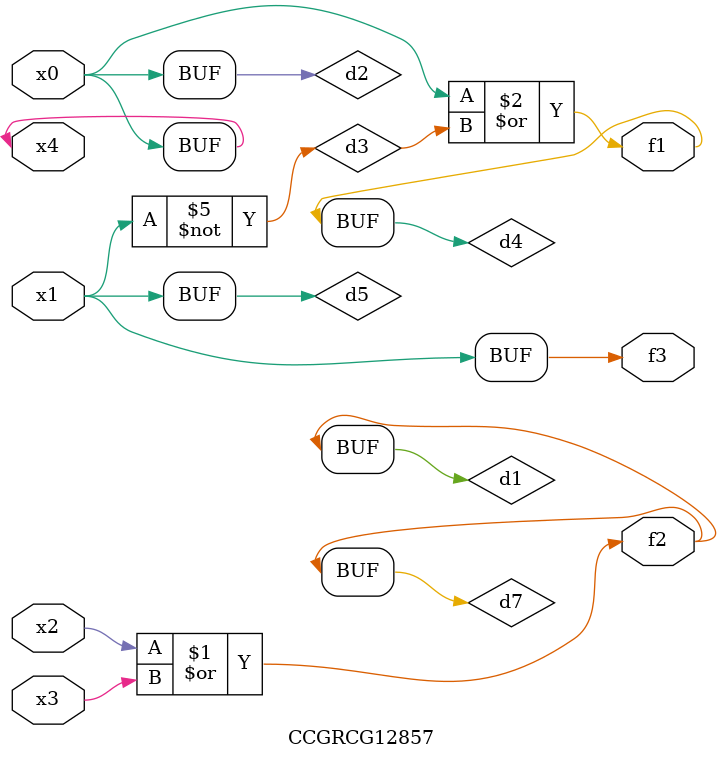
<source format=v>
module CCGRCG12857(
	input x0, x1, x2, x3, x4,
	output f1, f2, f3
);

	wire d1, d2, d3, d4, d5, d6, d7;

	or (d1, x2, x3);
	buf (d2, x0, x4);
	not (d3, x1);
	or (d4, d2, d3);
	not (d5, d3);
	nand (d6, d1, d3);
	or (d7, d1);
	assign f1 = d4;
	assign f2 = d7;
	assign f3 = d5;
endmodule

</source>
